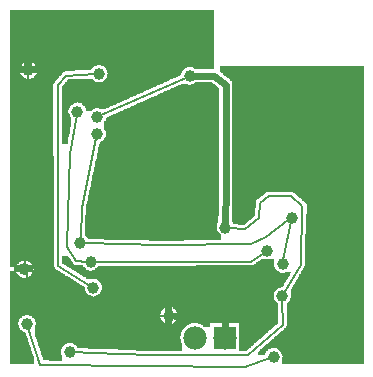
<source format=gbl>
G04 MADE WITH FRITZING*
G04 WWW.FRITZING.ORG*
G04 DOUBLE SIDED*
G04 HOLES PLATED*
G04 CONTOUR ON CENTER OF CONTOUR VECTOR*
%ASAXBY*%
%FSLAX23Y23*%
%MOIN*%
%OFA0B0*%
%SFA1.0B1.0*%
%ADD10C,0.075000*%
%ADD11C,0.078000*%
%ADD12C,0.039370*%
%ADD13R,0.078000X0.078000*%
%ADD14C,0.024000*%
%ADD15C,0.008000*%
%LNCOPPER0*%
G90*
G70*
G54D10*
X846Y952D03*
X546Y893D03*
X119Y1152D03*
G54D11*
X755Y129D03*
X655Y129D03*
G54D12*
X638Y1002D03*
X757Y496D03*
X978Y529D03*
X948Y375D03*
X897Y419D03*
X274Y445D03*
X947Y268D03*
X308Y382D03*
X317Y296D03*
X336Y1009D03*
X264Y883D03*
X330Y808D03*
X101Y1020D03*
X331Y864D03*
X238Y82D03*
X96Y175D03*
X918Y66D03*
X570Y202D03*
X87Y357D03*
G54D13*
X755Y129D03*
G54D14*
X757Y515D02*
X758Y623D01*
D02*
X758Y623D02*
X758Y972D01*
D02*
X758Y972D02*
X718Y1003D01*
G54D15*
D02*
X975Y516D02*
X950Y388D01*
D02*
X904Y602D02*
X975Y602D01*
D02*
X1014Y569D02*
X1008Y372D01*
D02*
X1008Y372D02*
X953Y279D01*
D02*
X872Y579D02*
X904Y602D01*
D02*
X869Y528D02*
X872Y579D01*
D02*
X824Y490D02*
X869Y528D01*
D02*
X975Y602D02*
X1014Y569D01*
D02*
X770Y495D02*
X824Y490D01*
D02*
X322Y382D02*
X842Y383D01*
D02*
X541Y438D02*
X842Y442D01*
D02*
X842Y442D02*
X893Y465D01*
D02*
X288Y445D02*
X541Y438D01*
D02*
X893Y465D02*
X967Y521D01*
D02*
X200Y369D02*
X198Y970D01*
D02*
X306Y303D02*
X200Y369D01*
D02*
X198Y970D02*
X227Y1003D01*
G54D14*
D02*
X589Y202D02*
X758Y202D01*
G54D15*
D02*
X176Y206D02*
X556Y202D01*
G54D14*
D02*
X758Y202D02*
X757Y160D01*
G54D15*
D02*
X101Y1007D02*
X88Y370D01*
D02*
X92Y344D02*
X124Y248D01*
D02*
X275Y458D02*
X278Y561D01*
D02*
X228Y431D02*
X240Y743D01*
D02*
X295Y383D02*
X261Y385D01*
D02*
X261Y385D02*
X228Y431D01*
D02*
X626Y996D02*
X343Y870D01*
D02*
X124Y248D02*
X176Y206D01*
D02*
X227Y1003D02*
X322Y1008D01*
D02*
X842Y383D02*
X885Y412D01*
G54D14*
D02*
X718Y1003D02*
X657Y1002D01*
G54D15*
D02*
X278Y561D02*
X327Y794D01*
D02*
X240Y743D02*
X262Y870D01*
D02*
X505Y71D02*
X833Y71D01*
D02*
X833Y71D02*
X948Y172D01*
D02*
X948Y172D02*
X947Y254D01*
D02*
X317Y78D02*
X505Y71D01*
D02*
X252Y81D02*
X317Y78D01*
D02*
X823Y32D02*
X141Y39D01*
D02*
X141Y39D02*
X100Y162D01*
D02*
X905Y61D02*
X823Y32D01*
G36*
X740Y1034D02*
X740Y1014D01*
X742Y1014D01*
X742Y1012D01*
X744Y1012D01*
X744Y1010D01*
X748Y1010D01*
X748Y1008D01*
X750Y1008D01*
X750Y1006D01*
X752Y1006D01*
X752Y1004D01*
X754Y1004D01*
X754Y1002D01*
X758Y1002D01*
X758Y1000D01*
X760Y1000D01*
X760Y998D01*
X762Y998D01*
X762Y996D01*
X766Y996D01*
X766Y994D01*
X768Y994D01*
X768Y992D01*
X770Y992D01*
X770Y990D01*
X772Y990D01*
X772Y988D01*
X774Y988D01*
X774Y986D01*
X776Y986D01*
X776Y984D01*
X778Y984D01*
X778Y980D01*
X780Y980D01*
X780Y616D01*
X980Y616D01*
X980Y614D01*
X984Y614D01*
X984Y612D01*
X986Y612D01*
X986Y610D01*
X988Y610D01*
X988Y608D01*
X992Y608D01*
X992Y606D01*
X994Y606D01*
X994Y604D01*
X996Y604D01*
X996Y602D01*
X998Y602D01*
X998Y600D01*
X1000Y600D01*
X1000Y598D01*
X1002Y598D01*
X1002Y596D01*
X1006Y596D01*
X1006Y594D01*
X1008Y594D01*
X1008Y592D01*
X1010Y592D01*
X1010Y590D01*
X1012Y590D01*
X1012Y588D01*
X1014Y588D01*
X1014Y586D01*
X1016Y586D01*
X1016Y584D01*
X1020Y584D01*
X1020Y582D01*
X1022Y582D01*
X1022Y580D01*
X1024Y580D01*
X1024Y578D01*
X1026Y578D01*
X1026Y574D01*
X1028Y574D01*
X1028Y542D01*
X1026Y542D01*
X1026Y474D01*
X1024Y474D01*
X1024Y404D01*
X1022Y404D01*
X1022Y368D01*
X1020Y368D01*
X1020Y364D01*
X1018Y364D01*
X1018Y360D01*
X1016Y360D01*
X1016Y356D01*
X1014Y356D01*
X1014Y354D01*
X1012Y354D01*
X1012Y350D01*
X1010Y350D01*
X1010Y346D01*
X1008Y346D01*
X1008Y342D01*
X1006Y342D01*
X1006Y340D01*
X1004Y340D01*
X1004Y336D01*
X1002Y336D01*
X1002Y332D01*
X1000Y332D01*
X1000Y330D01*
X998Y330D01*
X998Y326D01*
X996Y326D01*
X996Y322D01*
X994Y322D01*
X994Y320D01*
X992Y320D01*
X992Y316D01*
X990Y316D01*
X990Y312D01*
X988Y312D01*
X988Y308D01*
X986Y308D01*
X986Y306D01*
X984Y306D01*
X984Y302D01*
X982Y302D01*
X982Y298D01*
X980Y298D01*
X980Y296D01*
X978Y296D01*
X978Y292D01*
X976Y292D01*
X976Y260D01*
X974Y260D01*
X974Y256D01*
X972Y256D01*
X972Y252D01*
X970Y252D01*
X970Y250D01*
X968Y250D01*
X968Y248D01*
X966Y248D01*
X966Y246D01*
X964Y246D01*
X964Y244D01*
X962Y244D01*
X962Y168D01*
X960Y168D01*
X960Y164D01*
X958Y164D01*
X958Y162D01*
X956Y162D01*
X956Y160D01*
X954Y160D01*
X954Y158D01*
X952Y158D01*
X952Y156D01*
X950Y156D01*
X950Y154D01*
X948Y154D01*
X948Y152D01*
X944Y152D01*
X944Y150D01*
X942Y150D01*
X942Y148D01*
X940Y148D01*
X940Y146D01*
X938Y146D01*
X938Y144D01*
X936Y144D01*
X936Y142D01*
X934Y142D01*
X934Y140D01*
X932Y140D01*
X932Y138D01*
X928Y138D01*
X928Y136D01*
X926Y136D01*
X926Y134D01*
X924Y134D01*
X924Y132D01*
X922Y132D01*
X922Y130D01*
X920Y130D01*
X920Y128D01*
X918Y128D01*
X918Y126D01*
X916Y126D01*
X916Y124D01*
X914Y124D01*
X914Y122D01*
X910Y122D01*
X910Y120D01*
X908Y120D01*
X908Y118D01*
X906Y118D01*
X906Y116D01*
X904Y116D01*
X904Y114D01*
X902Y114D01*
X902Y112D01*
X900Y112D01*
X900Y110D01*
X898Y110D01*
X898Y108D01*
X894Y108D01*
X894Y106D01*
X892Y106D01*
X892Y104D01*
X890Y104D01*
X890Y102D01*
X888Y102D01*
X888Y100D01*
X886Y100D01*
X886Y98D01*
X884Y98D01*
X884Y96D01*
X922Y96D01*
X922Y94D01*
X928Y94D01*
X928Y92D01*
X932Y92D01*
X932Y90D01*
X934Y90D01*
X934Y88D01*
X936Y88D01*
X936Y86D01*
X938Y86D01*
X938Y84D01*
X940Y84D01*
X940Y82D01*
X942Y82D01*
X942Y80D01*
X944Y80D01*
X944Y76D01*
X946Y76D01*
X946Y68D01*
X948Y68D01*
X948Y64D01*
X946Y64D01*
X946Y42D01*
X1218Y42D01*
X1218Y1034D01*
X740Y1034D01*
G37*
D02*
G36*
X780Y616D02*
X780Y514D01*
X782Y514D01*
X782Y510D01*
X784Y510D01*
X784Y508D01*
X800Y508D01*
X800Y506D01*
X822Y506D01*
X822Y508D01*
X826Y508D01*
X826Y510D01*
X828Y510D01*
X828Y512D01*
X830Y512D01*
X830Y514D01*
X832Y514D01*
X832Y516D01*
X834Y516D01*
X834Y518D01*
X836Y518D01*
X836Y520D01*
X840Y520D01*
X840Y522D01*
X842Y522D01*
X842Y524D01*
X844Y524D01*
X844Y526D01*
X846Y526D01*
X846Y528D01*
X848Y528D01*
X848Y530D01*
X850Y530D01*
X850Y532D01*
X854Y532D01*
X854Y534D01*
X856Y534D01*
X856Y560D01*
X858Y560D01*
X858Y584D01*
X860Y584D01*
X860Y588D01*
X862Y588D01*
X862Y590D01*
X864Y590D01*
X864Y592D01*
X868Y592D01*
X868Y594D01*
X870Y594D01*
X870Y596D01*
X872Y596D01*
X872Y598D01*
X876Y598D01*
X876Y600D01*
X878Y600D01*
X878Y602D01*
X882Y602D01*
X882Y604D01*
X884Y604D01*
X884Y606D01*
X886Y606D01*
X886Y608D01*
X890Y608D01*
X890Y610D01*
X892Y610D01*
X892Y612D01*
X894Y612D01*
X894Y614D01*
X898Y614D01*
X898Y616D01*
X780Y616D01*
G37*
D02*
G36*
X882Y96D02*
X882Y94D01*
X880Y94D01*
X880Y92D01*
X876Y92D01*
X876Y90D01*
X874Y90D01*
X874Y88D01*
X872Y88D01*
X872Y86D01*
X870Y86D01*
X870Y84D01*
X868Y84D01*
X868Y82D01*
X866Y82D01*
X866Y70D01*
X888Y70D01*
X888Y72D01*
X890Y72D01*
X890Y78D01*
X892Y78D01*
X892Y80D01*
X894Y80D01*
X894Y84D01*
X896Y84D01*
X896Y86D01*
X898Y86D01*
X898Y88D01*
X900Y88D01*
X900Y90D01*
X904Y90D01*
X904Y92D01*
X908Y92D01*
X908Y94D01*
X912Y94D01*
X912Y96D01*
X882Y96D01*
G37*
D02*
G36*
X656Y980D02*
X656Y978D01*
X652Y978D01*
X652Y976D01*
X648Y976D01*
X648Y974D01*
X644Y974D01*
X644Y972D01*
X722Y972D01*
X722Y974D01*
X720Y974D01*
X720Y976D01*
X716Y976D01*
X716Y978D01*
X714Y978D01*
X714Y980D01*
X656Y980D01*
G37*
D02*
G36*
X608Y974D02*
X608Y972D01*
X632Y972D01*
X632Y974D01*
X608Y974D01*
G37*
D02*
G36*
X604Y972D02*
X604Y970D01*
X724Y970D01*
X724Y972D01*
X604Y972D01*
G37*
D02*
G36*
X604Y972D02*
X604Y970D01*
X724Y970D01*
X724Y972D01*
X604Y972D01*
G37*
D02*
G36*
X598Y970D02*
X598Y968D01*
X594Y968D01*
X594Y966D01*
X590Y966D01*
X590Y964D01*
X586Y964D01*
X586Y962D01*
X580Y962D01*
X580Y960D01*
X576Y960D01*
X576Y958D01*
X572Y958D01*
X572Y956D01*
X568Y956D01*
X568Y954D01*
X564Y954D01*
X564Y952D01*
X558Y952D01*
X558Y950D01*
X554Y950D01*
X554Y948D01*
X550Y948D01*
X550Y946D01*
X546Y946D01*
X546Y944D01*
X540Y944D01*
X540Y942D01*
X536Y942D01*
X536Y940D01*
X532Y940D01*
X532Y938D01*
X528Y938D01*
X528Y936D01*
X522Y936D01*
X522Y934D01*
X518Y934D01*
X518Y932D01*
X514Y932D01*
X514Y930D01*
X510Y930D01*
X510Y928D01*
X504Y928D01*
X504Y926D01*
X500Y926D01*
X500Y924D01*
X496Y924D01*
X496Y922D01*
X492Y922D01*
X492Y920D01*
X488Y920D01*
X488Y918D01*
X482Y918D01*
X482Y916D01*
X478Y916D01*
X478Y914D01*
X474Y914D01*
X474Y912D01*
X470Y912D01*
X470Y910D01*
X464Y910D01*
X464Y908D01*
X460Y908D01*
X460Y906D01*
X456Y906D01*
X456Y904D01*
X452Y904D01*
X452Y902D01*
X446Y902D01*
X446Y900D01*
X442Y900D01*
X442Y898D01*
X438Y898D01*
X438Y896D01*
X434Y896D01*
X434Y894D01*
X428Y894D01*
X428Y892D01*
X424Y892D01*
X424Y890D01*
X420Y890D01*
X420Y888D01*
X416Y888D01*
X416Y886D01*
X412Y886D01*
X412Y884D01*
X406Y884D01*
X406Y882D01*
X402Y882D01*
X402Y880D01*
X398Y880D01*
X398Y878D01*
X394Y878D01*
X394Y876D01*
X388Y876D01*
X388Y874D01*
X384Y874D01*
X384Y872D01*
X380Y872D01*
X380Y870D01*
X376Y870D01*
X376Y868D01*
X370Y868D01*
X370Y866D01*
X366Y866D01*
X366Y864D01*
X362Y864D01*
X362Y862D01*
X360Y862D01*
X360Y858D01*
X358Y858D01*
X358Y852D01*
X356Y852D01*
X356Y850D01*
X354Y850D01*
X354Y846D01*
X352Y846D01*
X352Y824D01*
X354Y824D01*
X354Y822D01*
X356Y822D01*
X356Y818D01*
X358Y818D01*
X358Y812D01*
X360Y812D01*
X360Y804D01*
X358Y804D01*
X358Y798D01*
X356Y798D01*
X356Y794D01*
X354Y794D01*
X354Y792D01*
X352Y792D01*
X352Y788D01*
X350Y788D01*
X350Y786D01*
X346Y786D01*
X346Y784D01*
X344Y784D01*
X344Y782D01*
X340Y782D01*
X340Y780D01*
X338Y780D01*
X338Y774D01*
X336Y774D01*
X336Y764D01*
X334Y764D01*
X334Y756D01*
X332Y756D01*
X332Y746D01*
X330Y746D01*
X330Y736D01*
X328Y736D01*
X328Y726D01*
X326Y726D01*
X326Y718D01*
X324Y718D01*
X324Y708D01*
X322Y708D01*
X322Y698D01*
X320Y698D01*
X320Y688D01*
X318Y688D01*
X318Y680D01*
X316Y680D01*
X316Y670D01*
X314Y670D01*
X314Y660D01*
X312Y660D01*
X312Y652D01*
X310Y652D01*
X310Y642D01*
X308Y642D01*
X308Y632D01*
X306Y632D01*
X306Y622D01*
X304Y622D01*
X304Y614D01*
X302Y614D01*
X302Y604D01*
X300Y604D01*
X300Y594D01*
X298Y594D01*
X298Y584D01*
X296Y584D01*
X296Y576D01*
X294Y576D01*
X294Y566D01*
X292Y566D01*
X292Y538D01*
X290Y538D01*
X290Y468D01*
X292Y468D01*
X292Y466D01*
X294Y466D01*
X294Y464D01*
X296Y464D01*
X296Y462D01*
X298Y462D01*
X298Y460D01*
X300Y460D01*
X300Y458D01*
X352Y458D01*
X352Y456D01*
X426Y456D01*
X426Y454D01*
X502Y454D01*
X502Y452D01*
X618Y452D01*
X618Y454D01*
X742Y454D01*
X742Y474D01*
X740Y474D01*
X740Y476D01*
X738Y476D01*
X738Y478D01*
X736Y478D01*
X736Y480D01*
X734Y480D01*
X734Y482D01*
X732Y482D01*
X732Y486D01*
X730Y486D01*
X730Y490D01*
X728Y490D01*
X728Y506D01*
X730Y506D01*
X730Y510D01*
X732Y510D01*
X732Y514D01*
X734Y514D01*
X734Y534D01*
X736Y534D01*
X736Y962D01*
X734Y962D01*
X734Y964D01*
X732Y964D01*
X732Y966D01*
X730Y966D01*
X730Y968D01*
X726Y968D01*
X726Y970D01*
X598Y970D01*
G37*
D02*
G36*
X40Y1220D02*
X40Y1050D01*
X108Y1050D01*
X108Y1048D01*
X112Y1048D01*
X112Y1046D01*
X116Y1046D01*
X116Y1044D01*
X118Y1044D01*
X118Y1042D01*
X122Y1042D01*
X122Y1038D01*
X344Y1038D01*
X344Y1036D01*
X348Y1036D01*
X348Y1034D01*
X352Y1034D01*
X352Y1032D01*
X644Y1032D01*
X644Y1030D01*
X648Y1030D01*
X648Y1028D01*
X652Y1028D01*
X652Y1026D01*
X656Y1026D01*
X656Y1024D01*
X696Y1024D01*
X696Y1026D01*
X718Y1026D01*
X718Y1220D01*
X40Y1220D01*
G37*
D02*
G36*
X40Y1050D02*
X40Y990D01*
X100Y990D01*
X100Y992D01*
X92Y992D01*
X92Y994D01*
X88Y994D01*
X88Y996D01*
X86Y996D01*
X86Y998D01*
X82Y998D01*
X82Y1000D01*
X80Y1000D01*
X80Y1002D01*
X78Y1002D01*
X78Y1006D01*
X76Y1006D01*
X76Y1008D01*
X74Y1008D01*
X74Y1014D01*
X72Y1014D01*
X72Y1028D01*
X74Y1028D01*
X74Y1032D01*
X76Y1032D01*
X76Y1036D01*
X78Y1036D01*
X78Y1038D01*
X80Y1038D01*
X80Y1040D01*
X82Y1040D01*
X82Y1042D01*
X84Y1042D01*
X84Y1044D01*
X86Y1044D01*
X86Y1046D01*
X90Y1046D01*
X90Y1048D01*
X94Y1048D01*
X94Y1050D01*
X40Y1050D01*
G37*
D02*
G36*
X124Y1038D02*
X124Y1036D01*
X126Y1036D01*
X126Y1034D01*
X128Y1034D01*
X128Y1030D01*
X130Y1030D01*
X130Y1012D01*
X128Y1012D01*
X128Y1008D01*
X126Y1008D01*
X126Y1004D01*
X124Y1004D01*
X124Y1002D01*
X122Y1002D01*
X122Y1000D01*
X120Y1000D01*
X120Y998D01*
X118Y998D01*
X118Y996D01*
X114Y996D01*
X114Y994D01*
X110Y994D01*
X110Y992D01*
X102Y992D01*
X102Y990D01*
X198Y990D01*
X198Y992D01*
X200Y992D01*
X200Y996D01*
X202Y996D01*
X202Y998D01*
X204Y998D01*
X204Y1000D01*
X206Y1000D01*
X206Y1002D01*
X208Y1002D01*
X208Y1004D01*
X210Y1004D01*
X210Y1006D01*
X212Y1006D01*
X212Y1010D01*
X214Y1010D01*
X214Y1012D01*
X216Y1012D01*
X216Y1014D01*
X218Y1014D01*
X218Y1016D01*
X224Y1016D01*
X224Y1018D01*
X256Y1018D01*
X256Y1020D01*
X294Y1020D01*
X294Y1022D01*
X310Y1022D01*
X310Y1024D01*
X312Y1024D01*
X312Y1026D01*
X314Y1026D01*
X314Y1028D01*
X316Y1028D01*
X316Y1030D01*
X318Y1030D01*
X318Y1032D01*
X320Y1032D01*
X320Y1034D01*
X322Y1034D01*
X322Y1036D01*
X328Y1036D01*
X328Y1038D01*
X124Y1038D01*
G37*
D02*
G36*
X354Y1032D02*
X354Y1030D01*
X356Y1030D01*
X356Y1028D01*
X358Y1028D01*
X358Y1026D01*
X360Y1026D01*
X360Y1022D01*
X362Y1022D01*
X362Y1018D01*
X364Y1018D01*
X364Y1010D01*
X366Y1010D01*
X366Y1008D01*
X364Y1008D01*
X364Y1000D01*
X362Y1000D01*
X362Y996D01*
X360Y996D01*
X360Y992D01*
X358Y992D01*
X358Y990D01*
X356Y990D01*
X356Y988D01*
X354Y988D01*
X354Y986D01*
X350Y986D01*
X350Y984D01*
X348Y984D01*
X348Y982D01*
X344Y982D01*
X344Y980D01*
X558Y980D01*
X558Y982D01*
X562Y982D01*
X562Y984D01*
X566Y984D01*
X566Y986D01*
X570Y986D01*
X570Y988D01*
X574Y988D01*
X574Y990D01*
X580Y990D01*
X580Y992D01*
X584Y992D01*
X584Y994D01*
X588Y994D01*
X588Y996D01*
X592Y996D01*
X592Y998D01*
X598Y998D01*
X598Y1000D01*
X602Y1000D01*
X602Y1002D01*
X606Y1002D01*
X606Y1004D01*
X608Y1004D01*
X608Y1006D01*
X610Y1006D01*
X610Y1012D01*
X612Y1012D01*
X612Y1016D01*
X614Y1016D01*
X614Y1018D01*
X616Y1018D01*
X616Y1020D01*
X618Y1020D01*
X618Y1022D01*
X620Y1022D01*
X620Y1024D01*
X622Y1024D01*
X622Y1026D01*
X624Y1026D01*
X624Y1028D01*
X628Y1028D01*
X628Y1030D01*
X634Y1030D01*
X634Y1032D01*
X354Y1032D01*
G37*
D02*
G36*
X258Y992D02*
X258Y990D01*
X232Y990D01*
X232Y988D01*
X230Y988D01*
X230Y984D01*
X228Y984D01*
X228Y982D01*
X226Y982D01*
X226Y980D01*
X328Y980D01*
X328Y982D01*
X324Y982D01*
X324Y984D01*
X320Y984D01*
X320Y986D01*
X318Y986D01*
X318Y988D01*
X316Y988D01*
X316Y990D01*
X314Y990D01*
X314Y992D01*
X258Y992D01*
G37*
D02*
G36*
X40Y990D02*
X40Y988D01*
X196Y988D01*
X196Y990D01*
X40Y990D01*
G37*
D02*
G36*
X40Y990D02*
X40Y988D01*
X196Y988D01*
X196Y990D01*
X40Y990D01*
G37*
D02*
G36*
X40Y988D02*
X40Y386D01*
X96Y386D01*
X96Y384D01*
X100Y384D01*
X100Y382D01*
X102Y382D01*
X102Y380D01*
X106Y380D01*
X106Y378D01*
X108Y378D01*
X108Y376D01*
X110Y376D01*
X110Y374D01*
X112Y374D01*
X112Y370D01*
X114Y370D01*
X114Y366D01*
X116Y366D01*
X116Y358D01*
X118Y358D01*
X118Y356D01*
X116Y356D01*
X116Y348D01*
X114Y348D01*
X114Y344D01*
X112Y344D01*
X112Y340D01*
X110Y340D01*
X110Y338D01*
X108Y338D01*
X108Y336D01*
X106Y336D01*
X106Y334D01*
X104Y334D01*
X104Y332D01*
X100Y332D01*
X100Y330D01*
X96Y330D01*
X96Y328D01*
X238Y328D01*
X238Y330D01*
X234Y330D01*
X234Y332D01*
X232Y332D01*
X232Y334D01*
X228Y334D01*
X228Y336D01*
X224Y336D01*
X224Y338D01*
X222Y338D01*
X222Y340D01*
X218Y340D01*
X218Y342D01*
X216Y342D01*
X216Y344D01*
X212Y344D01*
X212Y346D01*
X208Y346D01*
X208Y348D01*
X206Y348D01*
X206Y350D01*
X202Y350D01*
X202Y352D01*
X198Y352D01*
X198Y354D01*
X196Y354D01*
X196Y356D01*
X192Y356D01*
X192Y358D01*
X190Y358D01*
X190Y360D01*
X188Y360D01*
X188Y364D01*
X186Y364D01*
X186Y734D01*
X184Y734D01*
X184Y974D01*
X186Y974D01*
X186Y978D01*
X188Y978D01*
X188Y982D01*
X190Y982D01*
X190Y984D01*
X192Y984D01*
X192Y986D01*
X194Y986D01*
X194Y988D01*
X40Y988D01*
G37*
D02*
G36*
X224Y980D02*
X224Y978D01*
X552Y978D01*
X552Y980D01*
X224Y980D01*
G37*
D02*
G36*
X224Y980D02*
X224Y978D01*
X552Y978D01*
X552Y980D01*
X224Y980D01*
G37*
D02*
G36*
X222Y978D02*
X222Y976D01*
X220Y976D01*
X220Y974D01*
X218Y974D01*
X218Y970D01*
X216Y970D01*
X216Y968D01*
X214Y968D01*
X214Y966D01*
X212Y966D01*
X212Y914D01*
X266Y914D01*
X266Y912D01*
X274Y912D01*
X274Y910D01*
X278Y910D01*
X278Y908D01*
X280Y908D01*
X280Y906D01*
X282Y906D01*
X282Y904D01*
X284Y904D01*
X284Y902D01*
X286Y902D01*
X286Y900D01*
X288Y900D01*
X288Y898D01*
X290Y898D01*
X290Y894D01*
X336Y894D01*
X336Y892D01*
X360Y892D01*
X360Y894D01*
X364Y894D01*
X364Y896D01*
X370Y896D01*
X370Y898D01*
X374Y898D01*
X374Y900D01*
X378Y900D01*
X378Y902D01*
X382Y902D01*
X382Y904D01*
X388Y904D01*
X388Y906D01*
X392Y906D01*
X392Y908D01*
X396Y908D01*
X396Y910D01*
X400Y910D01*
X400Y912D01*
X406Y912D01*
X406Y914D01*
X410Y914D01*
X410Y916D01*
X414Y916D01*
X414Y918D01*
X418Y918D01*
X418Y920D01*
X424Y920D01*
X424Y922D01*
X428Y922D01*
X428Y924D01*
X432Y924D01*
X432Y926D01*
X436Y926D01*
X436Y928D01*
X440Y928D01*
X440Y930D01*
X446Y930D01*
X446Y932D01*
X450Y932D01*
X450Y934D01*
X454Y934D01*
X454Y936D01*
X458Y936D01*
X458Y938D01*
X464Y938D01*
X464Y940D01*
X468Y940D01*
X468Y942D01*
X472Y942D01*
X472Y944D01*
X476Y944D01*
X476Y946D01*
X482Y946D01*
X482Y948D01*
X486Y948D01*
X486Y950D01*
X490Y950D01*
X490Y952D01*
X494Y952D01*
X494Y954D01*
X498Y954D01*
X498Y956D01*
X504Y956D01*
X504Y958D01*
X508Y958D01*
X508Y960D01*
X512Y960D01*
X512Y962D01*
X516Y962D01*
X516Y964D01*
X522Y964D01*
X522Y966D01*
X526Y966D01*
X526Y968D01*
X530Y968D01*
X530Y970D01*
X534Y970D01*
X534Y972D01*
X540Y972D01*
X540Y974D01*
X544Y974D01*
X544Y976D01*
X548Y976D01*
X548Y978D01*
X222Y978D01*
G37*
D02*
G36*
X212Y914D02*
X212Y774D01*
X232Y774D01*
X232Y786D01*
X234Y786D01*
X234Y798D01*
X236Y798D01*
X236Y808D01*
X238Y808D01*
X238Y820D01*
X240Y820D01*
X240Y832D01*
X242Y832D01*
X242Y844D01*
X244Y844D01*
X244Y864D01*
X242Y864D01*
X242Y866D01*
X240Y866D01*
X240Y870D01*
X238Y870D01*
X238Y874D01*
X236Y874D01*
X236Y878D01*
X234Y878D01*
X234Y888D01*
X236Y888D01*
X236Y894D01*
X238Y894D01*
X238Y898D01*
X240Y898D01*
X240Y900D01*
X242Y900D01*
X242Y902D01*
X244Y902D01*
X244Y904D01*
X246Y904D01*
X246Y906D01*
X248Y906D01*
X248Y908D01*
X252Y908D01*
X252Y910D01*
X254Y910D01*
X254Y912D01*
X264Y912D01*
X264Y914D01*
X212Y914D01*
G37*
D02*
G36*
X292Y894D02*
X292Y888D01*
X294Y888D01*
X294Y886D01*
X314Y886D01*
X314Y888D01*
X316Y888D01*
X316Y890D01*
X320Y890D01*
X320Y892D01*
X324Y892D01*
X324Y894D01*
X292Y894D01*
G37*
D02*
G36*
X214Y400D02*
X214Y376D01*
X216Y376D01*
X216Y374D01*
X220Y374D01*
X220Y372D01*
X224Y372D01*
X224Y370D01*
X226Y370D01*
X226Y368D01*
X230Y368D01*
X230Y366D01*
X232Y366D01*
X232Y364D01*
X236Y364D01*
X236Y362D01*
X240Y362D01*
X240Y360D01*
X242Y360D01*
X242Y358D01*
X246Y358D01*
X246Y356D01*
X248Y356D01*
X248Y354D01*
X252Y354D01*
X252Y352D01*
X304Y352D01*
X304Y354D01*
X298Y354D01*
X298Y356D01*
X294Y356D01*
X294Y358D01*
X292Y358D01*
X292Y360D01*
X290Y360D01*
X290Y362D01*
X288Y362D01*
X288Y364D01*
X286Y364D01*
X286Y366D01*
X284Y366D01*
X284Y368D01*
X282Y368D01*
X282Y370D01*
X262Y370D01*
X262Y372D01*
X254Y372D01*
X254Y374D01*
X252Y374D01*
X252Y376D01*
X250Y376D01*
X250Y378D01*
X248Y378D01*
X248Y380D01*
X246Y380D01*
X246Y384D01*
X244Y384D01*
X244Y386D01*
X242Y386D01*
X242Y390D01*
X240Y390D01*
X240Y392D01*
X238Y392D01*
X238Y394D01*
X236Y394D01*
X236Y398D01*
X234Y398D01*
X234Y400D01*
X214Y400D01*
G37*
D02*
G36*
X876Y390D02*
X876Y388D01*
X874Y388D01*
X874Y386D01*
X870Y386D01*
X870Y384D01*
X866Y384D01*
X866Y382D01*
X864Y382D01*
X864Y380D01*
X860Y380D01*
X860Y378D01*
X858Y378D01*
X858Y376D01*
X854Y376D01*
X854Y374D01*
X852Y374D01*
X852Y372D01*
X848Y372D01*
X848Y370D01*
X660Y370D01*
X660Y368D01*
X332Y368D01*
X332Y364D01*
X330Y364D01*
X330Y362D01*
X328Y362D01*
X328Y360D01*
X324Y360D01*
X324Y358D01*
X322Y358D01*
X322Y356D01*
X318Y356D01*
X318Y354D01*
X312Y354D01*
X312Y352D01*
X930Y352D01*
X930Y354D01*
X928Y354D01*
X928Y356D01*
X926Y356D01*
X926Y358D01*
X924Y358D01*
X924Y360D01*
X922Y360D01*
X922Y364D01*
X920Y364D01*
X920Y370D01*
X918Y370D01*
X918Y380D01*
X920Y380D01*
X920Y390D01*
X876Y390D01*
G37*
D02*
G36*
X40Y386D02*
X40Y364D01*
X60Y364D01*
X60Y368D01*
X62Y368D01*
X62Y372D01*
X64Y372D01*
X64Y374D01*
X66Y374D01*
X66Y376D01*
X68Y376D01*
X68Y378D01*
X70Y378D01*
X70Y380D01*
X72Y380D01*
X72Y382D01*
X76Y382D01*
X76Y384D01*
X80Y384D01*
X80Y386D01*
X40Y386D01*
G37*
D02*
G36*
X256Y352D02*
X256Y350D01*
X932Y350D01*
X932Y352D01*
X256Y352D01*
G37*
D02*
G36*
X256Y352D02*
X256Y350D01*
X932Y350D01*
X932Y352D01*
X256Y352D01*
G37*
D02*
G36*
X40Y350D02*
X40Y328D01*
X78Y328D01*
X78Y330D01*
X74Y330D01*
X74Y332D01*
X72Y332D01*
X72Y334D01*
X70Y334D01*
X70Y336D01*
X68Y336D01*
X68Y338D01*
X66Y338D01*
X66Y340D01*
X64Y340D01*
X64Y342D01*
X62Y342D01*
X62Y346D01*
X60Y346D01*
X60Y350D01*
X40Y350D01*
G37*
D02*
G36*
X258Y350D02*
X258Y348D01*
X262Y348D01*
X262Y346D01*
X940Y346D01*
X940Y348D01*
X936Y348D01*
X936Y350D01*
X258Y350D01*
G37*
D02*
G36*
X956Y348D02*
X956Y346D01*
X976Y346D01*
X976Y348D01*
X956Y348D01*
G37*
D02*
G36*
X266Y346D02*
X266Y344D01*
X976Y344D01*
X976Y346D01*
X266Y346D01*
G37*
D02*
G36*
X266Y346D02*
X266Y344D01*
X976Y344D01*
X976Y346D01*
X266Y346D01*
G37*
D02*
G36*
X268Y344D02*
X268Y342D01*
X272Y342D01*
X272Y340D01*
X274Y340D01*
X274Y338D01*
X278Y338D01*
X278Y336D01*
X282Y336D01*
X282Y334D01*
X284Y334D01*
X284Y332D01*
X288Y332D01*
X288Y330D01*
X292Y330D01*
X292Y328D01*
X294Y328D01*
X294Y326D01*
X324Y326D01*
X324Y324D01*
X328Y324D01*
X328Y322D01*
X332Y322D01*
X332Y320D01*
X334Y320D01*
X334Y318D01*
X336Y318D01*
X336Y316D01*
X338Y316D01*
X338Y314D01*
X340Y314D01*
X340Y312D01*
X342Y312D01*
X342Y308D01*
X344Y308D01*
X344Y304D01*
X346Y304D01*
X346Y288D01*
X344Y288D01*
X344Y284D01*
X342Y284D01*
X342Y282D01*
X340Y282D01*
X340Y278D01*
X338Y278D01*
X338Y276D01*
X336Y276D01*
X336Y274D01*
X334Y274D01*
X334Y272D01*
X330Y272D01*
X330Y270D01*
X326Y270D01*
X326Y268D01*
X318Y268D01*
X318Y266D01*
X918Y266D01*
X918Y278D01*
X920Y278D01*
X920Y280D01*
X922Y280D01*
X922Y284D01*
X924Y284D01*
X924Y286D01*
X926Y286D01*
X926Y288D01*
X928Y288D01*
X928Y290D01*
X930Y290D01*
X930Y292D01*
X932Y292D01*
X932Y294D01*
X936Y294D01*
X936Y296D01*
X942Y296D01*
X942Y298D01*
X948Y298D01*
X948Y300D01*
X950Y300D01*
X950Y302D01*
X952Y302D01*
X952Y306D01*
X954Y306D01*
X954Y310D01*
X956Y310D01*
X956Y314D01*
X958Y314D01*
X958Y316D01*
X960Y316D01*
X960Y320D01*
X962Y320D01*
X962Y324D01*
X964Y324D01*
X964Y326D01*
X966Y326D01*
X966Y330D01*
X968Y330D01*
X968Y334D01*
X970Y334D01*
X970Y336D01*
X972Y336D01*
X972Y340D01*
X974Y340D01*
X974Y344D01*
X268Y344D01*
G37*
D02*
G36*
X40Y328D02*
X40Y326D01*
X242Y326D01*
X242Y328D01*
X40Y328D01*
G37*
D02*
G36*
X40Y328D02*
X40Y326D01*
X242Y326D01*
X242Y328D01*
X40Y328D01*
G37*
D02*
G36*
X40Y326D02*
X40Y266D01*
X316Y266D01*
X316Y268D01*
X308Y268D01*
X308Y270D01*
X304Y270D01*
X304Y272D01*
X300Y272D01*
X300Y274D01*
X298Y274D01*
X298Y276D01*
X296Y276D01*
X296Y278D01*
X294Y278D01*
X294Y280D01*
X292Y280D01*
X292Y284D01*
X290Y284D01*
X290Y288D01*
X288Y288D01*
X288Y298D01*
X286Y298D01*
X286Y300D01*
X284Y300D01*
X284Y302D01*
X280Y302D01*
X280Y304D01*
X276Y304D01*
X276Y306D01*
X274Y306D01*
X274Y308D01*
X270Y308D01*
X270Y310D01*
X266Y310D01*
X266Y312D01*
X264Y312D01*
X264Y314D01*
X260Y314D01*
X260Y316D01*
X258Y316D01*
X258Y318D01*
X254Y318D01*
X254Y320D01*
X250Y320D01*
X250Y322D01*
X248Y322D01*
X248Y324D01*
X244Y324D01*
X244Y326D01*
X40Y326D01*
G37*
D02*
G36*
X40Y266D02*
X40Y264D01*
X918Y264D01*
X918Y266D01*
X40Y266D01*
G37*
D02*
G36*
X40Y266D02*
X40Y264D01*
X918Y264D01*
X918Y266D01*
X40Y266D01*
G37*
D02*
G36*
X40Y264D02*
X40Y232D01*
X576Y232D01*
X576Y230D01*
X582Y230D01*
X582Y228D01*
X584Y228D01*
X584Y226D01*
X588Y226D01*
X588Y224D01*
X590Y224D01*
X590Y222D01*
X592Y222D01*
X592Y220D01*
X594Y220D01*
X594Y216D01*
X596Y216D01*
X596Y212D01*
X598Y212D01*
X598Y206D01*
X600Y206D01*
X600Y200D01*
X598Y200D01*
X598Y192D01*
X596Y192D01*
X596Y188D01*
X594Y188D01*
X594Y186D01*
X592Y186D01*
X592Y184D01*
X590Y184D01*
X590Y182D01*
X588Y182D01*
X588Y180D01*
X586Y180D01*
X586Y178D01*
X804Y178D01*
X804Y86D01*
X830Y86D01*
X830Y88D01*
X832Y88D01*
X832Y90D01*
X834Y90D01*
X834Y92D01*
X836Y92D01*
X836Y94D01*
X838Y94D01*
X838Y96D01*
X842Y96D01*
X842Y98D01*
X844Y98D01*
X844Y100D01*
X846Y100D01*
X846Y102D01*
X848Y102D01*
X848Y104D01*
X850Y104D01*
X850Y106D01*
X852Y106D01*
X852Y108D01*
X854Y108D01*
X854Y110D01*
X858Y110D01*
X858Y112D01*
X860Y112D01*
X860Y114D01*
X862Y114D01*
X862Y116D01*
X864Y116D01*
X864Y118D01*
X866Y118D01*
X866Y120D01*
X868Y120D01*
X868Y122D01*
X870Y122D01*
X870Y124D01*
X872Y124D01*
X872Y126D01*
X876Y126D01*
X876Y128D01*
X878Y128D01*
X878Y130D01*
X880Y130D01*
X880Y132D01*
X882Y132D01*
X882Y134D01*
X884Y134D01*
X884Y136D01*
X886Y136D01*
X886Y138D01*
X888Y138D01*
X888Y140D01*
X892Y140D01*
X892Y142D01*
X894Y142D01*
X894Y144D01*
X896Y144D01*
X896Y146D01*
X898Y146D01*
X898Y148D01*
X900Y148D01*
X900Y150D01*
X902Y150D01*
X902Y152D01*
X904Y152D01*
X904Y154D01*
X906Y154D01*
X906Y156D01*
X910Y156D01*
X910Y158D01*
X912Y158D01*
X912Y160D01*
X914Y160D01*
X914Y162D01*
X916Y162D01*
X916Y164D01*
X918Y164D01*
X918Y166D01*
X920Y166D01*
X920Y168D01*
X922Y168D01*
X922Y170D01*
X926Y170D01*
X926Y172D01*
X928Y172D01*
X928Y174D01*
X930Y174D01*
X930Y176D01*
X932Y176D01*
X932Y178D01*
X934Y178D01*
X934Y242D01*
X932Y242D01*
X932Y244D01*
X930Y244D01*
X930Y246D01*
X928Y246D01*
X928Y248D01*
X926Y248D01*
X926Y250D01*
X924Y250D01*
X924Y252D01*
X922Y252D01*
X922Y256D01*
X920Y256D01*
X920Y258D01*
X918Y258D01*
X918Y264D01*
X40Y264D01*
G37*
D02*
G36*
X40Y232D02*
X40Y204D01*
X104Y204D01*
X104Y202D01*
X108Y202D01*
X108Y200D01*
X112Y200D01*
X112Y198D01*
X114Y198D01*
X114Y196D01*
X116Y196D01*
X116Y194D01*
X118Y194D01*
X118Y192D01*
X120Y192D01*
X120Y190D01*
X122Y190D01*
X122Y186D01*
X124Y186D01*
X124Y180D01*
X126Y180D01*
X126Y172D01*
X568Y172D01*
X568Y174D01*
X560Y174D01*
X560Y176D01*
X556Y176D01*
X556Y178D01*
X554Y178D01*
X554Y180D01*
X552Y180D01*
X552Y182D01*
X548Y182D01*
X548Y186D01*
X546Y186D01*
X546Y188D01*
X544Y188D01*
X544Y192D01*
X542Y192D01*
X542Y196D01*
X540Y196D01*
X540Y208D01*
X542Y208D01*
X542Y214D01*
X544Y214D01*
X544Y218D01*
X546Y218D01*
X546Y220D01*
X548Y220D01*
X548Y222D01*
X550Y222D01*
X550Y224D01*
X552Y224D01*
X552Y226D01*
X554Y226D01*
X554Y228D01*
X558Y228D01*
X558Y230D01*
X562Y230D01*
X562Y232D01*
X40Y232D01*
G37*
D02*
G36*
X40Y204D02*
X40Y42D01*
X118Y42D01*
X118Y68D01*
X116Y68D01*
X116Y74D01*
X114Y74D01*
X114Y80D01*
X112Y80D01*
X112Y86D01*
X110Y86D01*
X110Y92D01*
X108Y92D01*
X108Y98D01*
X106Y98D01*
X106Y104D01*
X104Y104D01*
X104Y110D01*
X102Y110D01*
X102Y116D01*
X100Y116D01*
X100Y122D01*
X98Y122D01*
X98Y128D01*
X96Y128D01*
X96Y134D01*
X94Y134D01*
X94Y140D01*
X92Y140D01*
X92Y146D01*
X88Y146D01*
X88Y148D01*
X84Y148D01*
X84Y150D01*
X80Y150D01*
X80Y152D01*
X78Y152D01*
X78Y154D01*
X76Y154D01*
X76Y156D01*
X74Y156D01*
X74Y158D01*
X72Y158D01*
X72Y162D01*
X70Y162D01*
X70Y164D01*
X68Y164D01*
X68Y170D01*
X66Y170D01*
X66Y180D01*
X68Y180D01*
X68Y186D01*
X70Y186D01*
X70Y190D01*
X72Y190D01*
X72Y192D01*
X74Y192D01*
X74Y194D01*
X76Y194D01*
X76Y196D01*
X78Y196D01*
X78Y198D01*
X80Y198D01*
X80Y200D01*
X84Y200D01*
X84Y202D01*
X88Y202D01*
X88Y204D01*
X40Y204D01*
G37*
D02*
G36*
X582Y178D02*
X582Y176D01*
X580Y176D01*
X580Y174D01*
X570Y174D01*
X570Y172D01*
X636Y172D01*
X636Y174D01*
X640Y174D01*
X640Y176D01*
X644Y176D01*
X644Y178D01*
X582Y178D01*
G37*
D02*
G36*
X666Y178D02*
X666Y176D01*
X672Y176D01*
X672Y174D01*
X676Y174D01*
X676Y172D01*
X680Y172D01*
X680Y170D01*
X682Y170D01*
X682Y168D01*
X684Y168D01*
X684Y166D01*
X686Y166D01*
X686Y164D01*
X706Y164D01*
X706Y178D01*
X666Y178D01*
G37*
D02*
G36*
X126Y172D02*
X126Y170D01*
X632Y170D01*
X632Y172D01*
X126Y172D01*
G37*
D02*
G36*
X126Y172D02*
X126Y170D01*
X632Y170D01*
X632Y172D01*
X126Y172D01*
G37*
D02*
G36*
X124Y170D02*
X124Y164D01*
X122Y164D01*
X122Y138D01*
X124Y138D01*
X124Y132D01*
X126Y132D01*
X126Y126D01*
X128Y126D01*
X128Y120D01*
X130Y120D01*
X130Y114D01*
X132Y114D01*
X132Y112D01*
X244Y112D01*
X244Y110D01*
X250Y110D01*
X250Y108D01*
X252Y108D01*
X252Y106D01*
X256Y106D01*
X256Y104D01*
X258Y104D01*
X258Y102D01*
X260Y102D01*
X260Y100D01*
X262Y100D01*
X262Y96D01*
X264Y96D01*
X264Y94D01*
X298Y94D01*
X298Y92D01*
X344Y92D01*
X344Y90D01*
X400Y90D01*
X400Y88D01*
X458Y88D01*
X458Y86D01*
X614Y86D01*
X614Y108D01*
X612Y108D01*
X612Y112D01*
X610Y112D01*
X610Y116D01*
X608Y116D01*
X608Y124D01*
X606Y124D01*
X606Y136D01*
X608Y136D01*
X608Y142D01*
X610Y142D01*
X610Y148D01*
X612Y148D01*
X612Y152D01*
X614Y152D01*
X614Y154D01*
X616Y154D01*
X616Y158D01*
X618Y158D01*
X618Y160D01*
X620Y160D01*
X620Y162D01*
X622Y162D01*
X622Y164D01*
X624Y164D01*
X624Y166D01*
X626Y166D01*
X626Y168D01*
X628Y168D01*
X628Y170D01*
X124Y170D01*
G37*
D02*
G36*
X132Y112D02*
X132Y108D01*
X134Y108D01*
X134Y102D01*
X136Y102D01*
X136Y96D01*
X138Y96D01*
X138Y90D01*
X140Y90D01*
X140Y84D01*
X142Y84D01*
X142Y78D01*
X144Y78D01*
X144Y72D01*
X146Y72D01*
X146Y66D01*
X148Y66D01*
X148Y60D01*
X150Y60D01*
X150Y54D01*
X170Y54D01*
X170Y52D01*
X212Y52D01*
X212Y72D01*
X210Y72D01*
X210Y80D01*
X208Y80D01*
X208Y84D01*
X210Y84D01*
X210Y92D01*
X212Y92D01*
X212Y96D01*
X214Y96D01*
X214Y98D01*
X216Y98D01*
X216Y100D01*
X218Y100D01*
X218Y102D01*
X220Y102D01*
X220Y104D01*
X222Y104D01*
X222Y106D01*
X224Y106D01*
X224Y108D01*
X228Y108D01*
X228Y110D01*
X232Y110D01*
X232Y112D01*
X132Y112D01*
G37*
D02*
G36*
X555Y236D02*
X580Y236D01*
X580Y214D01*
X555Y214D01*
X555Y236D01*
G37*
D02*
G36*
X555Y200D02*
X580Y200D01*
X580Y172D01*
X555Y172D01*
X555Y200D01*
G37*
D02*
G36*
X87Y1054D02*
X112Y1054D01*
X112Y1030D01*
X87Y1030D01*
X87Y1054D01*
G37*
D02*
G36*
X68Y1035D02*
X92Y1035D01*
X92Y1010D01*
X68Y1010D01*
X68Y1035D01*
G37*
D02*
G36*
X106Y1035D02*
X130Y1035D01*
X130Y1010D01*
X106Y1010D01*
X106Y1035D01*
G37*
D02*
G36*
X54Y373D02*
X78Y373D01*
X78Y348D01*
X54Y348D01*
X54Y373D01*
G37*
D02*
G36*
X92Y373D02*
X116Y373D01*
X116Y348D01*
X92Y348D01*
X92Y373D01*
G37*
D02*
G04 End of Copper0*
M02*
</source>
